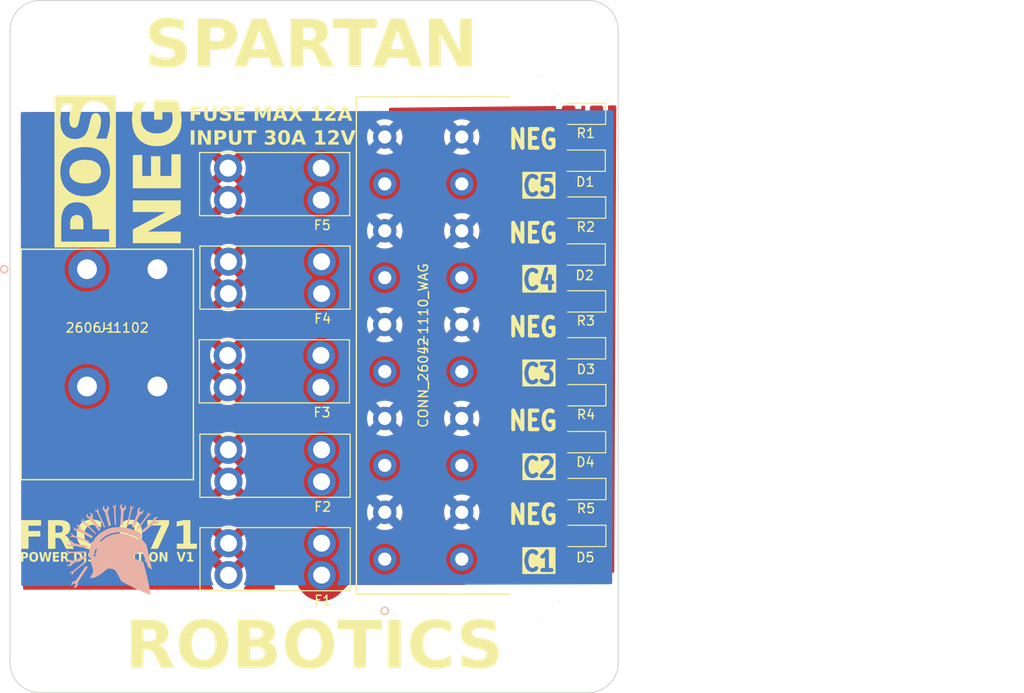
<source format=kicad_pcb>
(kicad_pcb (version 20221018) (generator pcbnew)
  (title_block (title "Power Distribution Board") (date "2023-10-29") (rev "R1") (company "Spartan Robotics"))
  (layers (0 "F.Cu" signal) (31 "B.Cu" signal) (34 "B.Paste" user) (35 "F.Paste" user) (36 "B.SilkS" user "B.Silkscreen") (37 "F.SilkS" user "F.Silkscreen") (38 "B.Mask" user) (39 "F.Mask" user) (44 "Edge.Cuts" user))
  (net 0 "")
  (net 1 "Net-(D1-K)")
  (net 2 "/Fuse1")
  (net 3 "/Fuse2")
  (net 4 "/Fuse3")
  (net 5 "/Fuse4")
  (net 6 "/Fuse5")
  (net 7 "Net-(D2-K)")
  (net 8 "Net-(D3-K)")
  (net 9 "Net-(D4-K)")
  (net 10 "-BATT")
  (net 11 "Net-(D5-K)")
  (net 12 "+BATT")
  (footprint "LED_SMD:LED_1206_3216Metric_Pad1.42x1.75mm_HandSolder" (layer "F.Cu") (at 203.22 73.29 180)
    (fp_text reference "R1" (at -0.34 -2.07) (layer "F.SilkS"))
    (fp_text value "1k")
    (pad "1" smd roundrect (at -1.4875 0 180) (size 1.425 1.75) (layers "F.Cu" "F.Paste" "F.Mask") (roundrect_rratio 0.175439) (net 1 "Net-(D1-K)"))
    (pad "2" smd roundrect (at 1.4875 0 180) (size 1.425 1.75) (layers "F.Cu" "F.Paste" "F.Mask") (roundrect_rratio 0.175439) (net 10 "-BATT"))
  )
  (footprint "LED_SMD:LED_1206_3216Metric_Pad1.42x1.75mm_HandSolder" (layer "F.Cu") (at 203.22 83.29 180)
    (fp_text reference "R2" (at -0.34 -2.07) (layer "F.SilkS"))
    (fp_text value "1k")
    (pad "1" smd roundrect (at -1.4875 0 180) (size 1.425 1.75) (layers "F.Cu" "F.Paste" "F.Mask") (roundrect_rratio 0.175439) (net 7 "Net-(D2-K)"))
    (pad "2" smd roundrect (at 1.4875 0 180) (size 1.425 1.75) (layers "F.Cu" "F.Paste" "F.Mask") (roundrect_rratio 0.175439) (net 10 "-BATT"))
  )
  (footprint "LED_SMD:LED_1206_3216Metric_Pad1.42x1.75mm_HandSolder" (layer "F.Cu") (at 203.2425 113.29 180)
    (fp_text reference "R5" (at -0.34 -2.07) (layer "F.SilkS"))
    (fp_text value "1k")
    (pad "1" smd roundrect (at -1.4875 0 180) (size 1.425 1.75) (layers "F.Cu" "F.Paste" "F.Mask") (roundrect_rratio 0.175439) (net 11 "Net-(D5-K)"))
    (pad "2" smd roundrect (at 1.4875 0 180) (size 1.425 1.75) (layers "F.Cu" "F.Paste" "F.Mask") (roundrect_rratio 0.175439) (net 10 "-BATT"))
  )
  (footprint "MountingHole:MountingHole_2.2mm_M2_DIN965_Pad" (layer "F.Cu") (at 147.78 66.755)
    (fp_text reference "H5" hide)
    (fp_text value "MountingHole")
    (pad "" np_thru_hole circle (at 0 0) (size 3.175 3.175) (drill 3.175) (layers "F&B.Cu" "*.Mask"))
  )
  (footprint "LED_SMD:LED_1206_3216Metric_Pad1.42x1.75mm_HandSolder" (layer "F.Cu") (at 203.18 88.29 180)
    (fp_text reference "D2" (at -0.26 -2.23) (layer "F.SilkS"))
    (fp_text value "QTLP651C4TR")
    (pad "1" smd roundrect (at -1.4875 0 180) (size 1.425 1.75) (layers "F.Cu" "F.Paste" "F.Mask") (roundrect_rratio 0.175439) (net 7 "Net-(D2-K)"))
    (pad "2" smd roundrect (at 1.4875 0 180) (size 1.425 1.75) (layers "F.Cu" "F.Paste" "F.Mask") (roundrect_rratio 0.175439) (net 5 "/Fuse4"))
  )
  (footprint "LED_SMD:LED_1206_3216Metric_Pad1.42x1.75mm_HandSolder" (layer "F.Cu") (at 203.22 108.29 180)
    (fp_text reference "D4" (at -0.3 -2.13) (layer "F.SilkS"))
    (fp_text value "QTLP651C4TR")
    (pad "1" smd roundrect (at -1.4875 0 180) (size 1.425 1.75) (layers "F.Cu" "F.Paste" "F.Mask") (roundrect_rratio 0.175439) (net 9 "Net-(D4-K)"))
    (pad "2" smd roundrect (at 1.4875 0 180) (size 1.425 1.75) (layers "F.Cu" "F.Paste" "F.Mask") (roundrect_rratio 0.175439) (net 3 "/Fuse2"))
  )
  (footprint "3568:FUSE_3568" (layer "F.Cu") (at 170.469001 120.765899 180)
    (fp_text reference "F1" (at -5.075 -4.385 180) (layer "F.SilkS"))
    (fp_text value "PolyFuse")
    (pad "1" thru_hole circle (at -4.96 -1.7 180) (size 3 3) (drill 1.8) (layers "*.Cu" "*.Mask") (net 2 "/Fuse1"))
    (pad "1" thru_hole circle (at -4.96 1.7 180) (size 3 3) (drill 1.8) (layers "*.Cu" "*.Mask") (net 2 "/Fuse1"))
    (pad "2" thru_hole circle (at 4.96 -1.7 180) (size 3 3) (drill 1.8) (layers "*.Cu" "*.Mask") (net 12 "+BATT"))
    (pad "2" thru_hole circle (at 4.96 1.7 180) (size 3 3) (drill 1.8) (layers "*.Cu" "*.Mask") (net 12 "+BATT"))
  )
  (footprint "LED_SMD:LED_1206_3216Metric_Pad1.42x1.75mm_HandSolder" (layer "F.Cu") (at 203.22 93.29 180)
    (fp_text reference "R3" (at -0.34 -2.07) (layer "F.SilkS"))
    (fp_text value "1k")
    (pad "1" smd roundrect (at -1.4875 0 180) (size 1.425 1.75) (layers "F.Cu" "F.Paste" "F.Mask") (roundrect_rratio 0.175439) (net 8 "Net-(D3-K)"))
    (pad "2" smd roundrect (at 1.4875 0 180) (size 1.425 1.75) (layers "F.Cu" "F.Paste" "F.Mask") (roundrect_rratio 0.175439) (net 10 "-BATT"))
  )
  (footprint "MountingHole:MountingHole_2.2mm_M2_DIN965_Pad" (layer "F.Cu") (at 201.47 129.455)
    (fp_text reference "H1" hide)
    (fp_text value "MountingHole")
    (pad "" np_thru_hole circle (at 0 0) (size 3.175 3.175) (drill 3.175) (layers "F&B.Cu" "*.Mask"))
  )
  (footprint "LED_SMD:LED_1206_3216Metric_Pad1.42x1.75mm_HandSolder" (layer "F.Cu") (at 203.18 78.29 180)
    (fp_text reference "D1" (at -0.32 -2.26) (layer "F.SilkS"))
    (fp_text value "QTLP651C4TR")
    (pad "1" smd roundrect (at -1.4875 0 180) (size 1.425 1.75) (layers "F.Cu" "F.Paste" "F.Mask") (roundrect_rratio 0.175439) (net 1 "Net-(D1-K)"))
    (pad "2" smd roundrect (at 1.4875 0 180) (size 1.425 1.75) (layers "F.Cu" "F.Paste" "F.Mask") (roundrect_rratio 0.175439) (net 6 "/Fuse5"))
  )
  (footprint "3568:FUSE_3568" (layer "F.Cu") (at 170.459001 110.805899 180)
    (fp_text reference "F2" (at -5.075 -4.385 180) (layer "F.SilkS"))
    (fp_text value "PolyFuse")
    (pad "1" thru_hole circle (at -4.96 -1.7 180) (size 3 3) (drill 1.8) (layers "*.Cu" "*.Mask") (net 3 "/Fuse2"))
    (pad "1" thru_hole circle (at -4.96 1.7 180) (size 3 3) (drill 1.8) (layers "*.Cu" "*.Mask") (net 3 "/Fuse2"))
    (pad "2" thru_hole circle (at 4.96 -1.7 180) (size 3 3) (drill 1.8) (layers "*.Cu" "*.Mask") (net 12 "+BATT"))
    (pad "2" thru_hole circle (at 4.96 1.7 180) (size 3 3) (drill 1.8) (layers "*.Cu" "*.Mask") (net 12 "+BATT"))
  )
  (footprint "WAGO10PIN:2604-1110" (layer "F.Cu") (at 182.149002 120.765903 90)
    (fp_text reference "J2" (at 22.775002 4.099999 90) (layer "F.SilkS"))
    (fp_text value "CONN_2604-1110_WAG" (at 22.775002 4.099999 90) (layer "F.SilkS"))
    (pad "1" thru_hole circle (at 0.000001 0 90) (size 2.5 2.5) (drill 1.397) (layers "*.Cu" "*.Mask") (net 2 "/Fuse1"))
    (pad "1" thru_hole circle (at 0.000001 8.199999 90) (size 2.5 2.5) (drill 1.397) (layers "*.Cu" "*.Mask") (net 2 "/Fuse1"))
    (pad "2" thru_hole circle (at 5.000003 0 90) (size 2.5 2.5) (drill 1.397) (layers "*.Cu" "*.Mask") (net 10 "-BATT"))
    (pad "2" thru_hole circle (at 5.000003 8.199999 90) (size 2.5 2.5) (drill 1.397) (layers "*.Cu" "*.Mask") (net 10 "-BATT"))
    (pad "3" thru_hole circle (at 10.000004 0 90) (size 2.5 2.5) (drill 1.397) (layers "*.Cu" "*.Mask") (net 3 "/Fuse2"))
    (pad "3" thru_hole circle (at 10.000004 8.199999 90) (size 2.5 2.5) (drill 1.397) (layers "*.Cu" "*.Mask") (net 3 "/Fuse2"))
    (pad "4" thru_hole circle (at 15.000004 0 90) (size 2.5 2.5) (drill 1.397) (layers "*.Cu" "*.Mask") (net 10 "-BATT"))
    (pad "4" thru_hole circle (at 15.000004 8.199999 90) (size 2.5 2.5) (drill 1.397) (layers "*.Cu" "*.Mask") (net 10 "-BATT"))
    (pad "5" thru_hole circle (at 20.000004 0 90) (size 2.5 2.5) (drill 1.397) (layers "*.Cu" "*.Mask") (net 4 "/Fuse3"))
    (pad "5" thru_hole circle (at 20.000004 8.199999 90) (size 2.5 2.5) (drill 1.397) (layers "*.Cu" "*.Mask") (net 4 "/Fuse3"))
    (pad "6" thru_hole circle (at 25.000004 0 90) (size 2.5 2.5) (drill 1.397) (layers "*.Cu" "*.Mask") (net 10 "-BATT"))
    (pad "6" thru_hole circle (at 25.000004 8.199999 90) (size 2.5 2.5) (drill 1.397) (layers "*.Cu" "*.Mask") (net 10 "-BATT"))
    (pad "7" thru_hole circle (at 30.000004 0 90) (size 2.5 2.5) (drill 1.397) (layers "*.Cu" "*.Mask") (net 5 "/Fuse4"))
    (pad "7" thru_hole circle (at 30.000004 8.199999 90) (size 2.5 2.5) (drill 1.397) (layers "*.Cu" "*.Mask") (net 5 "/Fuse4"))
    (pad "8" thru_hole circle (at 35.000004 0 90) (size 2.5 2.5) (drill 1.397) (layers "*.Cu" "*.Mask") (net 10 "-BATT"))
    (pad "8" thru_hole circle (at 35.000004 8.199999 90) (size 2.5 2.5) (drill 1.397) (layers "*.Cu" "*.Mask") (net 10 "-BATT"))
    (pad "9" thru_hole circle (at 40.000004 0 90) (size 2.5 2.5) (drill 1.397) (layers "*.Cu" "*.Mask") (net 6 "/Fuse5"))
    (pad "9" thru_hole circle (at 40.000004 8.199999 90) (size 2.5 2.5) (drill 1.397) (layers "*.Cu" "*.Mask") (net 6 "/Fuse5"))
    (pad "10" thru_hole circle (at 45.000005 0 90) (size 2.5 2.5) (drill 1.397) (layers "*.Cu" "*.Mask") (net 10 "-BATT"))
    (pad "10" thru_hole circle (at 45.000005 8.199999 90) (size 2.5 2.5) (drill 1.397) (layers "*.Cu" "*.Mask") (net 10 "-BATT"))
  )
  (footprint "LED_SMD:LED_1206_3216Metric_Pad1.42x1.75mm_HandSolder" (layer "F.Cu") (at 203.24 118.29 180)
    (fp_text reference "D5" (at -0.27 -2.29) (layer "F.SilkS"))
    (fp_text value "QTLP651C4TR")
    (pad "1" smd roundrect (at -1.4875 0 180) (size 1.425 1.75) (layers "F.Cu" "F.Paste" "F.Mask") (roundrect_rratio 0.175439) (net 11 "Net-(D5-K)"))
    (pad "2" smd roundrect (at 1.4875 0 180) (size 1.425 1.75) (layers "F.Cu" "F.Paste" "F.Mask") (roundrect_rratio 0.175439) (net 2 "/Fuse1"))
  )
  (footprint "LED_SMD:LED_1206_3216Metric_Pad1.42x1.75mm_HandSolder" (layer "F.Cu") (at 203.22 98.29 180)
    (fp_text reference "D3" (at -0.35 -2.24) (layer "F.SilkS"))
    (fp_text value "QTLP651C4TR")
    (pad "1" smd roundrect (at -1.4875 0 180) (size 1.425 1.75) (layers "F.Cu" "F.Paste" "F.Mask") (roundrect_rratio 0.175439) (net 8 "Net-(D3-K)"))
    (pad "2" smd roundrect (at 1.4875 0 180) (size 1.425 1.75) (layers "F.Cu" "F.Paste" "F.Mask") (roundrect_rratio 0.175439) (net 4 "/Fuse3"))
  )
  (footprint "3568:FUSE_3568" (layer "F.Cu") (at 170.419001 80.785899 180)
    (fp_text reference "F5" (at -5.075 -4.385 180) (layer "F.SilkS"))
    (fp_text value "PolyFuse")
    (pad "1" thru_hole circle (at -4.96 -1.7 180) (size 3 3) (drill 1.8) (layers "*.Cu" "*.Mask") (net 6 "/Fuse5"))
    (pad "1" thru_hole circle (at -4.96 1.7 180) (size 3 3) (drill 1.8) (layers "*.Cu" "*.Mask") (net 6 "/Fuse5"))
    (pad "2" thru_hole circle (at 4.96 -1.7 180) (size 3 3) (drill 1.8) (layers "*.Cu" "*.Mask") (net 12 "+BATT"))
    (pad "2" thru_hole circle (at 4.96 1.7 180) (size 3 3) (drill 1.8) (layers "*.Cu" "*.Mask") (net 12 "+BATT"))
  )
  (footprint "3568:FUSE_3568" (layer "F.Cu") (at 170.389001 100.745899 180)
    (fp_text reference "F3" (at -5.075 -4.385 180) (layer "F.SilkS"))
    (fp_text value "PolyFuse")
    (pad "1" thru_hole circle (at -4.96 -1.7 180) (size 3 3) (drill 1.8) (layers "*.Cu" "*.Mask") (net 4 "/Fuse3"))
    (pad "1" thru_hole circle (at -4.96 1.7 180) (size 3 3) (drill 1.8) (layers "*.Cu" "*.Mask") (net 4 "/Fuse3"))
    (pad "2" thru_hole circle (at 4.96 -1.7 180) (size 3 3) (drill 1.8) (layers "*.Cu" "*.Mask") (net 12 "+BATT"))
    (pad "2" thru_hole circle (at 4.96 1.7 180) (size 3 3) (drill 1.8) (layers "*.Cu" "*.Mask") (net 12 "+BATT"))
  )
  (footprint "LED_SMD:LED_1206_3216Metric_Pad1.42x1.75mm_HandSolder" (layer "F.Cu") (at 203.2425 103.29 180)
    (fp_text reference "R4" (at -0.34 -2.07) (layer "F.SilkS"))
    (fp_text value "1k")
    (pad "1" smd roundrect (at -1.4875 0 180) (size 1.425 1.75) (layers "F.Cu" "F.Paste" "F.Mask") (roundrect_rratio 0.175439) (net 9 "Net-(D4-K)"))
    (pad "2" smd roundrect (at 1.4875 0 180) (size 1.425 1.75) (layers "F.Cu" "F.Paste" "F.Mask") (roundrect_rratio 0.175439) (net 10 "-BATT"))
  )
  (footprint "MountingHole:MountingHole_2.2mm_M2_DIN965_Pad" (layer "F.Cu") (at 147.78 129.455)
    (fp_text reference "H6" hide)
    (fp_text value "MountingHole")
    (pad "" np_thru_hole circle (at 0 0) (size 3.175 3.175) (drill 3.175) (layers "F&B.Cu" "*.Mask"))
  )
  (footprint "MountingHole:MountingHole_2.2mm_M2_DIN965_Pad" (layer "F.Cu") (at 201.47 66.755)
    (fp_text reference "H2" hide)
    (fp_text value "MountingHole")
    (pad "" np_thru_hole circle (at 0 0) (size 3.175 3.175) (drill 3.175) (layers "F&B.Cu" "*.Mask"))
  )
  (footprint "3568:FUSE_3568" (layer "F.Cu") (at 170.459001 90.755899 180)
    (fp_text reference "F4" (at -5.075 -4.385 180) (layer "F.SilkS"))
    (fp_text value "PolyFuse")
    (pad "1" thru_hole circle (at -4.96 -1.7 180) (size 3 3) (drill 1.8) (layers "*.Cu" "*.Mask") (net 5 "/Fuse4"))
    (pad "1" thru_hole circle (at -4.96 1.7 180) (size 3 3) (drill 1.8) (layers "*.Cu" "*.Mask") (net 5 "/Fuse4"))
    (pad "2" thru_hole circle (at 4.96 -1.7 180) (size 3 3) (drill 1.8) (layers "*.Cu" "*.Mask") (net 12 "+BATT"))
    (pad "2" thru_hole circle (at 4.96 1.7 180) (size 3 3) (drill 1.8) (layers "*.Cu" "*.Mask") (net 12 "+BATT"))
  )
  (footprint "WAGO2PIN:2606-1102&slash_000-005" (layer "F.Cu") (at 150.435001 89.858)
    (fp_text reference "J1" (at 2.15 6.25) (layer "F.SilkS"))
    (fp_text value "2606-1102" (at 2.15 6.25) (layer "F.SilkS"))
    (pad "1" thru_hole circle (at -0.000001 0) (size 4 4) (drill 2.1082) (layers "*.Cu" "*.Mask") (net 12 "+BATT"))
    (pad "1" thru_hole circle (at -0.000001 12.5) (size 4 4) (drill 2.1082) (layers "*.Cu" "*.Mask") (net 12 "+BATT"))
    (pad "2" thru_hole circle (at 7.499999 0) (size 4 4) (drill 2.1082) (layers "*.Cu" "*.Mask") (net 10 "-BATT"))
    (pad "2" thru_hole circle (at 7.499999 12.5) (size 4 4) (drill 2.1082) (layers "*.Cu" "*.Mask") (net 10 "-BATT"))
  )
  (footprint "LOGO" (layer "B.Cu") (at 153.17 119.71 180)
    (fp_text reference "G***" (at 0 0) (layer "B.SilkS") (effects (font (size 1.5 1.5) (thickness 0.3)) (justify mirror)))
    (fp_text value "LOGO" hide)
  )
  (gr_line (start 198.789001 127.325899) (end 198.789001 127.325899) (stroke (width 0.1)) (layer "Edge.Cuts"))
  (gr_line (start 198.789001 69.275899) (end 198.789001 69.275899) (stroke (width 0.1)) (layer "Edge.Cuts"))
  (gr_arc (start 142.24 64.385) (mid 143.168472 62.143472) (end 145.41 61.215) (stroke (width 0.1)) (layer "Edge.Cuts"))
  (gr_arc (start 145.41 134.995) (mid 143.168472 134.066528) (end 142.24 131.825) (stroke (width 0.1)) (layer "Edge.Cuts"))
  (gr_arc (start 203.84 61.215) (mid 206.081528 62.143472) (end 207.01 64.385) (stroke (width 0.1)) (layer "Edge.Cuts"))
  (gr_line (start 207.01 123.825) (end 207.01 131.825) (stroke (width 0.1)) (layer "Edge.Cuts"))
  (gr_line (start 142.24 72.385) (end 142.24 64.385) (stroke (width 0.1)) (layer "Edge.Cuts"))
  (gr_line (start 142.24 123.825) (end 142.24 131.825) (stroke (width 0.1)) (layer "Edge.Cuts"))
  (gr_line (start 207.01 72.385) (end 207.01 64.385) (stroke (width 0.1)) (layer "Edge.Cuts"))
  (gr_line (start 145.41 134.995) (end 203.84 134.995) (stroke (width 0.1)) (layer "Edge.Cuts"))
  (gr_line (start 200.789001 71.275899) (end 200.789001 71.275899) (stroke (width 0.1)) (layer "Edge.Cuts"))
  (gr_line (start 207.01 123.825) (end 207.01 72.385) (stroke (width 0.1)) (layer "Edge.Cuts"))
  (gr_line (start 142.24 72.385) (end 142.24 123.825) (stroke (width 0.1)) (layer "Edge.Cuts"))
  (gr_line (start 203.84 61.215) (end 145.41 61.215) (stroke (width 0.1)) (layer "Edge.Cuts"))
  (gr_line (start 200.789001 125.325899) (end 200.789001 125.325899) (stroke (width 0.1)) (layer "Edge.Cuts"))
  (gr_arc (start 207.01 131.825) (mid 206.081528 134.066528) (end 203.84 134.995) (stroke (width 0.1)) (layer "Edge.Cuts"))
  (gr_text "NEG" (at 200.729001 107.185899) (layer "F.SilkS") (effects (font (size 2 1.7) (thickness 0.425) bold) (justify right bottom)))
  (gr_text "POWER DISTRIBUTION  V1" (at 152.57 121.2) (layer "F.SilkS") (effects (font (size 1 0.9) (thickness 0.225) bold) (justify bottom)))
  (gr_text "NEG" (at 200.729001 97.195899) (layer "F.SilkS") (effects (font (size 2 1.7) (thickness 0.425) bold) (justify right bottom)))
  (gr_text "FRC 971" (at 152.73 120.17) (layer "F.SilkS") (effects (font (size 3 3) (thickness 0.3) bold) (justify bottom)))
  (gr_text " ROBOTICS" (at 173.43 133.19) (layer "F.SilkS") (effects (font (size 5 5) (thickness 0.25) bold italic) (justify bottom)))
  (gr_text "NEG" (at 200.729001 117.185899) (layer "F.SilkS") (effects (font (size 2 1.7) (thickness 0.425) bold) (justify right bottom)))
  (gr_text "FUSE MAX 12A" (at 161.29 74.295) (layer "F.SilkS") (effects (font (size 1.5 1.5) (thickness 0.3) bold) (justify left bottom)))
  (gr_text "C2" (at 200.519001 112.175899) (layer "F.SilkS" knockout) (effects (font (size 2 1.7) (thickness 0.425) bold) (justify right bottom)))
  (gr_text "NEG\n" (at 200.729001 87.185899) (layer "F.SilkS") (effects (font (size 2 1.7) (thickness 0.425) bold) (justify right bottom)))
  (gr_text "NEG" (at 161.267101 87.730999 90) (layer "F.SilkS") (effects (font (size 5 5) (thickness 1.25) bold) (justify left bottom)))
  (gr_text "POS\n" (at 153.64 87.56 90) (layer "F.SilkS" knockout) (effects (font (size 5 5) (thickness 1.25) bold) (justify left bottom)))
  (gr_text "C5" (at 200.509001 82.175899) (layer "F.SilkS" knockout) (effects (font (size 2 1.7) (thickness 0.425) bold) (justify right bottom)))
  (gr_text "NEG" (at 200.729001 77.175899) (layer "F.SilkS") (effects (font (size 2 1.7) (thickness 0.425) bold) (justify right bottom)))
  (gr_text "INPUT 30A 12V\n" (at 161.29 76.835) (layer "F.SilkS") (effects (font (size 1.5 1.5) (thickness 0.375) bold) (justify left bottom)))
  (gr_text "C3\n" (at 200.509001 102.185899) (layer "F.SilkS" knockout) (effects (font (size 2 1.7) (thickness 0.425) bold) (justify right bottom)))
  (gr_text "C1\n" (at 200.509001 122.185899) (layer "F.SilkS" knockout) (effects (font (size 2 1.7) (thickness 0.425) bold) (justify right bottom)))
  (gr_text "SPARTAN\n" (at 174.31 69.12) (layer "F.SilkS") (effects (font (size 5 5) (thickness 0.15) italic) (justify bottom)))
  (gr_text "C4" (at 200.509001 92.185899) (layer "F.SilkS" knockout) (effects (font (size 2 1.7) (thickness 0.425) bold) (justify right bottom)))
  (segment (start 204.7075 73.29) (end 204.7075 78.25) (width 0.508) (layer "F.Cu") (net 1))
  (segment (start 204.7075 78.25) (end 204.6675 78.29) (width 0.508) (layer "F.Cu") (net 1))
  (segment (start 190.349001 120.765902) (end 182.149002 120.765902) (width 5.5) (layer "F.Cu") (net 2))
  (segment (start 190.349001 120.765902) (end 196.024098 120.765902) (width 0.508) (layer "F.Cu") (net 2))
  (segment (start 175.429001 119.065899) (end 175.429001 122.465899) (width 5.5) (layer "F.Cu") (net 2))
  (segment (start 177.128998 120.765902) (end 177.129004 120.765902) (width 5.5) (layer "F.Cu") (net 2))
  (segment (start 175.429001 122.465899) (end 177.128998 120.765902) (width 5.5) (layer "F.Cu") (net 2))
  (segment (start 196.024098 120.765902) (end 198.51 118.28) (width 0.508) (layer "F.Cu") (net 2))
  (segment (start 201.7425 118.28) (end 201.7525 118.29) (width 0.508) (layer "F.Cu") (net 2))
  (segment (start 177.129004 120.765902) (end 175.429001 119.065899) (width 5.5) (layer "F.Cu") (net 2))
  (segment (start 182.149002 120.765902) (end 177.129004 120.765902) (width 5.5) (layer "F.Cu") (net 2))
  (segment (start 198.51 118.28) (end 201.7425 118.28) (width 0.508) (layer "F.Cu") (net 2))
  (segment (start 201.755899 118.265899) (end 201.78 118.29) (width 0.508) (layer "F.Cu") (net 2))
  (segment (start 177.159001 110.765899) (end 175.419001 112.505899) (width 5.5) (layer "F.Cu") (net 3))
  (segment (start 190.332751 110.805902) (end 196.007848 110.805902) (width 0.508) (layer "F.Cu") (net 3))
  (segment (start 182.149002 110.765899) (end 177.159001 110.765899) (width 5.5) (layer "F.Cu") (net 3))
  (segment (start 201.755899 108.265899) (end 201.78 108.29) (width 0.508) (layer "F.Cu") (net 3))
  (segment (start 198.49375 108.32) (end 201.72625 108.32) (width 0.508) (layer "F.Cu") (net 3))
  (segment (start 182.149002 110.765899) (end 190.349001 110.765899) (width 5.5) (layer "F.Cu") (net 3))
  (segment (start 177.079001 110.765899) (end 175.419001 109.105899) (width 5.5) (layer "F.Cu") (net 3))
  (segment (start 182.149002 110.765899) (end 177.079001 110.765899) (width 5.5) (layer "F.Cu") (net 3))
  (segment (start 175.419001 109.105899) (end 175.419001 112.505899) (width 5.5) (layer "F.Cu") (net 3))
  (segment (start 196.007848 110.805902) (end 198.49375 108.32) (width 0.508) (layer "F.Cu") (net 3))
  (segment (start 177.069001 100.765899) (end 175.349001 99.045899) (width 5.5) (layer "F.Cu") (net 4))
  (segment (start 198.48375 98.29) (end 201.71625 98.29) (width 0.508) (layer "F.Cu") (net 4))
  (segment (start 175.349001 99.045899) (end 175.349001 102.445899) (width 5.5) (layer "F.Cu") (net 4))
  (segment (start 182.149002 100.765899) (end 177.029001 100.765899) (width 5.5) (layer "F.Cu") (net 4))
  (segment (start 177.029001 100.765899) (end 175.349001 102.445899) (width 5.5) (layer "F.Cu") (net 4))
  (segment (start 182.149002 100.765899) (end 190.349001 100.765899) (width 5.5) (layer "F.Cu") (net 4))
  (segment (start 190.322751 100.775902) (end 195.997848 100.775902) (width 0.508) (layer "F.Cu") (net 4))
  (segment (start 182.149002 100.765899) (end 177.069001 100.765899) (width 5.5) (layer "F.Cu") (net 4))
  (segment (start 201.755899 98.265899) (end 201.78 98.29) (width 0.508) (layer "F.Cu") (net 4))
  (segment (start 195.997848 100.775902) (end 198.48375 98.29) (width 0.508) (layer "F.Cu") (net 4))
  (segment (start 177.109001 90.765899) (end 175.419001 92.455899) (width 5.5) (layer "F.Cu") (net 5))
  (segment (start 182.149002 90.765899) (end 177.109001 90.765899) (width 5.5) (layer "F.Cu") (net 5))
  (segment (start 195.977848 90.785902) (end 198.46375 88.3) (width 0.508) (layer "F.Cu") (net 5))
  (segment (start 182.149002 90.765899) (end 190.349001 90.765899) (width 5.5) (layer "F.Cu") (net 5))
  (segment (start 190.302751 90.785902) (end 195.977848 90.785902) (width 0.508) (layer "F.Cu") (net 5))
  (segment (start 177.129001 90.765899) (end 175.419001 89.055899) (width 5.5) (layer "F.Cu") (net 5))
  (segment (start 175.419001 92.455899) (end 175.419001 89.055899) (width 5.5) (layer "F.Cu") (net 5))
  (segment (start 201.755899 88.265899) (end 201.78 88.29) (width 0.508) (layer "F.Cu") (net 5))
  (segment (start 198.46375 88.3) (end 201.69625 88.3) (width 0.508) (layer "F.Cu") (net 5))
  (segment (start 182.149002 90.765899) (end 177.129001 90.765899) (width 5.5) (layer "F.Cu") (net 5))
  (segment (start 201.755899 78.265899) (end 201.78 78.29) (width 0.508) (layer "F.Cu") (net 6))
  (segment (start 182.149002 80.765899) (end 190.349001 80.765899) (width 5.5) (layer "F.Cu") (net 6))
  (segment (start 195.907848 80.805902) (end 198.39375 78.32) (width 0.508) (layer "F.Cu") (net 6))
  (segment (start 190.232751 80.805902) (end 195.907848 80.805902) (width 0.508) (layer "F.Cu") (net 6))
  (segment (start 182.149002 80.765899) (end 177.059001 80.765899) (width 5.5) (layer "F.Cu") (net 6))
  (segment (start 177.059001 80.765899) (end 175.379001 79.085899) (width 5.5) (layer "F.Cu") (net 6))
  (segment (start 177.099001 80.765899) (end 175.379001 82.485899) (width 5.5) (layer "F.Cu") (net 6))
  (segment (start 175.379001 79.085899) (end 175.379001 82.485899) (width 5.5) (layer "F.Cu") (net 6))
  (segment (start 182.149002 80.765899) (end 177.099001 80.765899) (width 5.5) (layer "F.Cu") (net 6))
  (segment (start 198.39375 78.32) (end 201.62625 78.32) (width 0.508) (layer "F.Cu") (net 6))
  (segment (start 204.7075 83.29) (end 204.7075 88.25) (width 0.508) (layer "F.Cu") (net 7))
  (segment (start 204.7075 88.25) (end 204.6675 88.29) (width 0.508) (layer "F.Cu") (net 7))
  (segment (start 204.7075 93.29) (end 204.7075 98.29) (width 0.508) (layer "F.Cu") (net 8))
  (segment (start 204.73 108.2675) (end 204.7075 108.29) (width 0.508) (layer "F.Cu") (net 9))
  (segment (start 204.73 103.29) (end 204.73 108.2675) (width 0.508) (layer "F.Cu") (net 9))
  (segment (start 157.935 89.858) (end 157.935 102.358) (width 8) (layer "B.Cu") (net 10))
  (segment (start 204.73 118.2875) (end 204.7275 118.29) (width 0.508) (layer "F.Cu") (net 11))
  (segment (start 204.73 113.29) (end 204.73 118.2875) (width 0.508) (layer "F.Cu") (net 11))
  (segment (start 150.435 89.858) (end 150.435 102.358) (width 8) (layer "F.Cu") (net 12))
  (zone (net 10) (net_name "-BATT") (layer "F.Cu") (connect_pads (clearance 0.508)) (min_thickness 0.25) (fill yes (thermal_gap 0.635) (thermal_bridge_width 1.016))
    (polygon (pts (xy 182.58 122.470892) (xy 206.59 122.220892) (xy 206.81 72.390892) (xy 182.6 72.650892)))
  )
  (zone (net 12) (net_name "+BATT") (layer "F.Cu") (connect_pads (clearance 0.508)) (min_thickness 0.25) (fill yes (thermal_gap 0.635) (thermal_bridge_width 1.016))
    (polygon (pts (xy 143.624175 124.020892) (xy 170.434175 124.000892) (xy 170.534175 73.080892) (xy 143.524175 73.110892)))
  )
  (zone (net 10) (net_name "-BATT") (layer "B.Cu") (connect_pads (clearance 0.381)) (min_thickness 0.25) (fill yes (thermal_gap 0.635) (thermal_bridge_width 1.016))
    (polygon (pts (xy 143.429001 123.625899) (xy 206.369001 123.435899) (xy 206.519001 72.915899) (xy 143.379001 73.115899)))
  )
)
</source>
